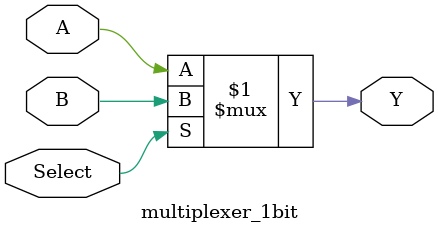
<source format=v>

`timescale 1ns/1ns

module multiplexer_1bit (
    input wire A,            // Input A
    input wire B,            // Input B
    input wire Select,   // Select signal
    output wire Y            // Output
);

    // Multiplexer logic: If Select_bit is 1, S = B; If Select_bit is 0, S = A
    assign Y = (Select) ? B : A;

endmodule

</source>
